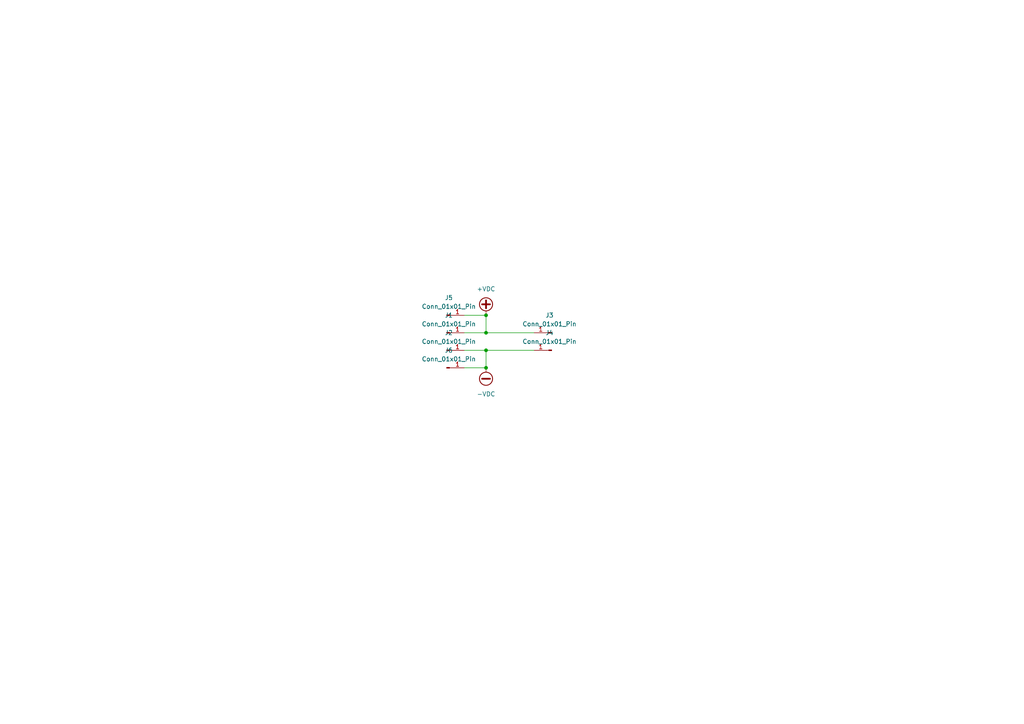
<source format=kicad_sch>
(kicad_sch (version 20250114) (generator "eeschema") (generator_version "9.0")
  (paper "A4")
  (title_block (title "larsskj-014") (date "2025-10-17") (rev "02") (company "Lars Skjærlund") (comment 4 "A board to provide power to scale models using pogo pins."))
  (lib_symbols
    (symbol "Connector:Conn_01x01_Pin" (pin_names (offset 1.016) (hide yes))
      (property "Reference" "J" (at 0 2.54 0))
      (property "Value" "Conn_01x01_Pin" (at 0 -2.54 0))
      (symbol "Conn_01x01_Pin_1_1"
        (rectangle (start 0.8636 0.127) (end 0 -0.127) (stroke (width 0.1524)) (fill (type outline)))
        (polyline (pts (xy 1.27 0) (xy 0.8636 0)) (stroke (width 0.1524)))
        (pin passive line (at 5.08 0 180) (length 3.81) (name "Pin_1") (number "1"))
      )
    )
    (symbol "power:+VDC" (power) (pin_numbers (hide yes)) (pin_names (offset 0) (hide yes))
      (property "Value" "+VDC" (at 0 6.35 0))
      (symbol "+VDC_0_1"
        (polyline (pts (xy -1.143 3.175) (xy 1.143 3.175)) (stroke (width 0.508)))
        (circle (center 0 3.175) (radius 1.905) (stroke (width 0.254)))
        (polyline (pts (xy 0 2.032) (xy 0 4.318)) (stroke (width 0.508)))
        (polyline (pts (xy 0 0) (xy 0 1.27)))
      )
      (symbol "+VDC_1_1"
        (pin power_in line (at 0 0 90) (length 0) (name "~") (number "1"))
      )
    )
    (symbol "power:-VDC" (power) (pin_numbers (hide yes)) (pin_names (offset 0) (hide yes))
      (property "Value" "-VDC" (at 0 6.35 0))
      (symbol "-VDC_0_1"
        (polyline (pts (xy -1.143 3.175) (xy 1.143 3.175)) (stroke (width 0.508)))
        (circle (center 0 3.175) (radius 1.905) (stroke (width 0.254)))
        (polyline (pts (xy 0 0) (xy 0 1.27)))
      )
      (symbol "-VDC_1_1"
        (pin power_in line (at 0 0 90) (length 0) (name "~") (number "1"))
      )
    )
  )
  (junction (at 140.97 96.52))
  (junction (at 140.97 101.6))
  (junction (at 140.97 106.68))
  (junction (at 140.97 91.44))
  (wire (pts (xy 134.62 106.68) (xy 140.97 106.68)))
  (wire (pts (xy 134.62 96.52) (xy 140.97 96.52)))
  (wire (pts (xy 134.62 101.6) (xy 140.97 101.6)))
  (wire (pts (xy 140.97 106.68) (xy 140.97 101.6)))
  (wire (pts (xy 140.97 101.6) (xy 154.94 101.6)))
  (wire (pts (xy 140.97 96.52) (xy 154.94 96.52)))
  (wire (pts (xy 140.97 91.44) (xy 140.97 96.52)))
  (wire (pts (xy 134.62 91.44) (xy 140.97 91.44)))
  (symbol (lib_id "Connector:Conn_01x01_Pin") (at 129.54 96.52 0) (unit 1)
    (property "Reference" "J1" (at 130.175 91.44 0))
    (property "Value" "Conn_01x01_Pin" (at 130.175 93.98 0))
    (property "Footprint" "MountingHole:MountingHole_2.2mm_M2_Pad_Via" (effects (hide yes)))
    (property "Description" "Generic connector, single row, 01x01, script generated" (effects (hide yes)))
  )
  (symbol (lib_id "power:+VDC") (at 140.97 91.44 0) (unit 1)
    (property "Reference" "#PWR02" (effects (hide yes)))
    (property "Value" "+VDC" (at 140.97 83.82 0))
    (property "Description" "Power symbol creates a global label with name \"+VDC\"" (effects (hide yes)))
  )
  (symbol (lib_id "power:-VDC") (at 140.97 106.68 180) (unit 1)
    (property "Reference" "#PWR01" (effects (hide yes)))
    (property "Value" "-VDC" (at 140.97 114.3 0))
    (property "Description" "Power symbol creates a global label with name \"-VDC\"" (effects (hide yes)))
  )
  (symbol (lib_id "Connector:Conn_01x01_Pin") (at 160.02 101.6 180) (unit 1)
    (property "Reference" "J4" (at 159.385 96.52 0))
    (property "Value" "Conn_01x01_Pin" (at 159.385 99.06 0))
    (property "Footprint" "Pogo_pins:Pogo_Pin_YZ227415084P-01" (effects (hide yes)))
    (property "Description" "Generic connector, single row, 01x01, script generated" (effects (hide yes)))
    (property "LCSC" "C5157269" (effects (hide yes)))
  )
  (symbol (lib_id "Connector:Conn_01x01_Pin") (at 160.02 96.52 180) (unit 1)
    (property "Reference" "J3" (at 159.385 91.44 0))
    (property "Value" "Conn_01x01_Pin" (at 159.385 93.98 0))
    (property "Footprint" "Pogo_pins:Pogo_Pin_YZ227415084P-01" (effects (hide yes)))
    (property "Description" "Generic connector, single row, 01x01, script generated" (effects (hide yes)))
    (property "LCSC" "C5157269" (effects (hide yes)))
  )
  (symbol (lib_id "Connector:Conn_01x01_Pin") (at 129.54 106.68 0) (unit 1)
    (property "Reference" "J6" (at 130.175 101.6 0))
    (property "Value" "Conn_01x01_Pin" (at 130.175 104.14 0))
    (property "Footprint" "MountingHole:MountingHole_2.2mm_M2_Pad_Via" (effects (hide yes)))
    (property "Description" "Generic connector, single row, 01x01, script generated" (effects (hide yes)))
  )
  (symbol (lib_id "Connector:Conn_01x01_Pin") (at 129.54 91.44 0) (unit 1)
    (property "Reference" "J5" (at 130.175 86.36 0))
    (property "Value" "Conn_01x01_Pin" (at 130.175 88.9 0))
    (property "Footprint" "MountingHole:MountingHole_2.2mm_M2_Pad_Via" (effects (hide yes)))
    (property "Description" "Generic connector, single row, 01x01, script generated" (effects (hide yes)))
  )
  (symbol (lib_id "Connector:Conn_01x01_Pin") (at 129.54 101.6 0) (unit 1)
    (property "Reference" "J2" (at 130.175 96.52 0))
    (property "Value" "Conn_01x01_Pin" (at 130.175 99.06 0))
    (property "Footprint" "MountingHole:MountingHole_2.2mm_M2_Pad_Via" (effects (hide yes)))
    (property "Description" "Generic connector, single row, 01x01, script generated" (effects (hide yes)))
  )
)
</source>
